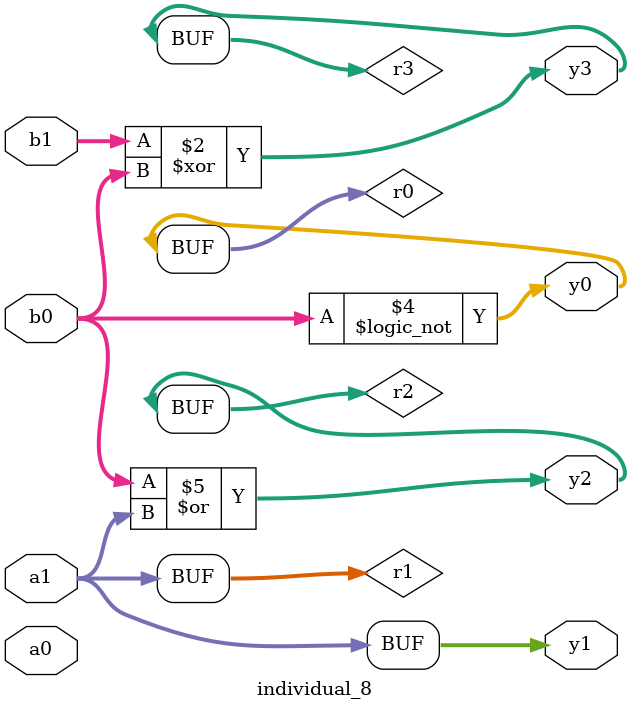
<source format=sv>
module individual_8(input logic [15:0] a1, input logic [15:0] a0, input logic [15:0] b1, input logic [15:0] b0, output logic [15:0] y3, output logic [15:0] y2, output logic [15:0] y1, output logic [15:0] y0);
logic [15:0] r0, r1, r2, r3; 
 always@(*) begin 
	 r0 = a0; r1 = a1; r2 = b0; r3 = b1; 
 	 r3  ^=  r2 ;
 	 r0  |=  a0 ;
 	 r0 = ! r2 ;
 	 r2  |=  r1 ;
 	 y3 = r3; y2 = r2; y1 = r1; y0 = r0; 
end
endmodule
</source>
